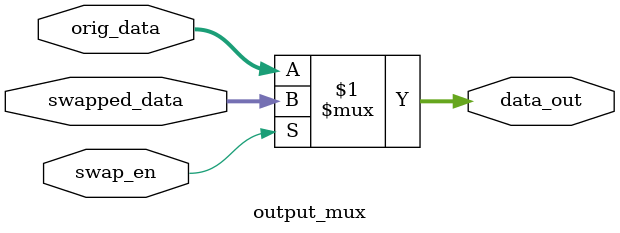
<source format=sv>

module nibble_swap_pipeline_top(
    input  wire        clk,
    input  wire        rst_n,
    input  wire [15:0] data_in,
    input  wire        swap_en,
    output wire [15:0] data_out
);

    // Stage 1: Input register
    reg  [15:0] data_in_stage1;
    always @(posedge clk or negedge rst_n) begin
        if (!rst_n)
            data_in_stage1 <= 16'd0;
        else
            data_in_stage1 <= data_in;
    end

    // Stage 2: Nibble extraction
    wire [3:0] nibble_stage2_3, nibble_stage2_2, nibble_stage2_1, nibble_stage2_0;
    nibble_extractor u_nibble_extractor (
        .data_in    (data_in_stage1),
        .nibble3    (nibble_stage2_3),
        .nibble2    (nibble_stage2_2),
        .nibble1    (nibble_stage2_1),
        .nibble0    (nibble_stage2_0)
    );

    // Pipeline registers for nibbles (Stage 2 -> Stage 3)
    reg [3:0] nibble_stage3_3, nibble_stage3_2, nibble_stage3_1, nibble_stage3_0;
    always @(posedge clk or negedge rst_n) begin
        if (!rst_n) begin
            nibble_stage3_3 <= 4'd0;
            nibble_stage3_2 <= 4'd0;
            nibble_stage3_1 <= 4'd0;
            nibble_stage3_0 <= 4'd0;
        end else begin
            nibble_stage3_3 <= nibble_stage2_3;
            nibble_stage3_2 <= nibble_stage2_2;
            nibble_stage3_1 <= nibble_stage2_1;
            nibble_stage3_0 <= nibble_stage2_0;
        end
    end

    // Pipeline register for swap_en and original data (to align control/data)
    reg swap_en_stage3;
    reg [15:0] data_in_stage3;
    always @(posedge clk or negedge rst_n) begin
        if (!rst_n) begin
            swap_en_stage3   <= 1'b0;
            data_in_stage3   <= 16'd0;
        end else begin
            swap_en_stage3   <= swap_en;
            data_in_stage3   <= data_in_stage1;
        end
    end

    // Stage 3: Nibble swapping
    wire [15:0] swapped_data_stage4;
    nibble_swapper u_nibble_swapper (
        .nibble3    (nibble_stage3_3),
        .nibble2    (nibble_stage3_2),
        .nibble1    (nibble_stage3_1),
        .nibble0    (nibble_stage3_0),
        .swapped    (swapped_data_stage4)
    );

    // Pipeline register for swapped data (Stage 4)
    reg [15:0] swapped_data_stage5;
    reg [15:0] orig_data_stage5;
    reg        swap_en_stage5;
    always @(posedge clk or negedge rst_n) begin
        if (!rst_n) begin
            swapped_data_stage5 <= 16'd0;
            orig_data_stage5    <= 16'd0;
            swap_en_stage5      <= 1'b0;
        end else begin
            swapped_data_stage5 <= swapped_data_stage4;
            orig_data_stage5    <= data_in_stage3;
            swap_en_stage5      <= swap_en_stage3;
        end
    end

    // Stage 5: Output selection
    output_mux u_output_mux (
        .orig_data      (orig_data_stage5),
        .swapped_data   (swapped_data_stage5),
        .swap_en        (swap_en_stage5),
        .data_out       (data_out)
    );

endmodule

//------------------------------------------------------------------------------
// nibble_extractor
// Function: Extracts four nibbles from a 16-bit input
//------------------------------------------------------------------------------

module nibble_extractor(
    input  wire [15:0] data_in,
    output wire [3:0]  nibble3,
    output wire [3:0]  nibble2,
    output wire [3:0]  nibble1,
    output wire [3:0]  nibble0
);
    assign nibble3 = data_in[15:12];
    assign nibble2 = data_in[11:8];
    assign nibble1 = data_in[7:4];
    assign nibble0 = data_in[3:0];
endmodule

//------------------------------------------------------------------------------
// nibble_swapper
// Function: Rearranges four nibbles from [nibble3|nibble2|nibble1|nibble0]
//           to [nibble0|nibble1|nibble2|nibble3]
//------------------------------------------------------------------------------

module nibble_swapper(
    input  wire [3:0] nibble3,
    input  wire [3:0] nibble2,
    input  wire [3:0] nibble1,
    input  wire [3:0] nibble0,
    output wire [15:0] swapped
);
    assign swapped = {nibble0, nibble1, nibble2, nibble3};
endmodule

//------------------------------------------------------------------------------
// output_mux
// Function: Selects either the original or swapped data based on swap_en
//------------------------------------------------------------------------------

module output_mux(
    input  wire [15:0] orig_data,
    input  wire [15:0] swapped_data,
    input  wire        swap_en,
    output wire [15:0] data_out
);
    assign data_out = swap_en ? swapped_data : orig_data;
endmodule
</source>
